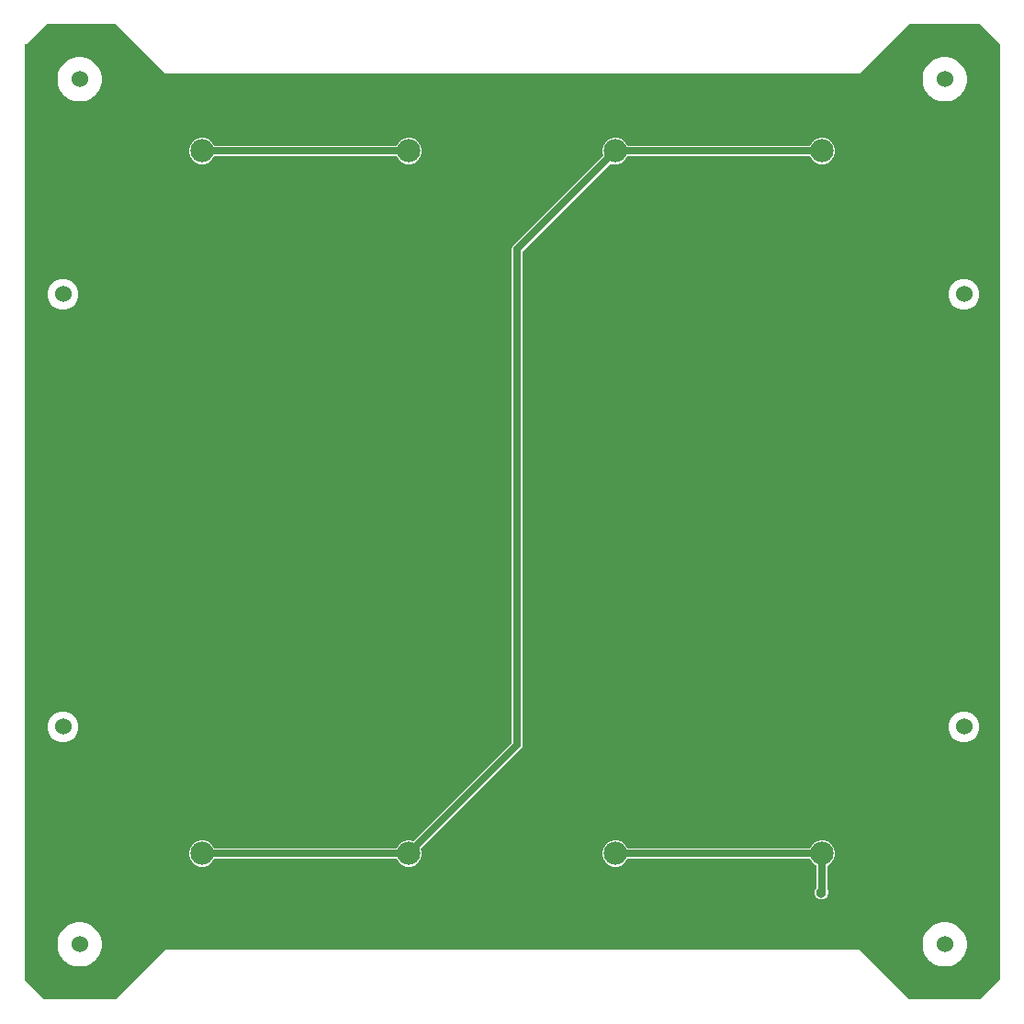
<source format=gtl>
G04*
G04 #@! TF.GenerationSoftware,Altium Limited,Altium Designer,22.2.1 (43)*
G04*
G04 Layer_Physical_Order=1*
G04 Layer_Color=255*
%FSLAX25Y25*%
%MOIN*%
G70*
G04*
G04 #@! TF.SameCoordinates,2BD9F523-0FC0-4ADC-A514-1134C6E00D61*
G04*
G04*
G04 #@! TF.FilePolarity,Positive*
G04*
G01*
G75*
%ADD16C,0.02800*%
%ADD17C,0.08445*%
%ADD18C,0.06000*%
%ADD19C,0.03800*%
%ADD20C,0.02000*%
G36*
X321000Y0D02*
X346788D01*
Y0D01*
X354000Y-7212D01*
Y-346788D01*
X354000D01*
X346788Y-354000D01*
X346788Y-354000D01*
X321000D01*
X303000Y-336000D01*
X51000D01*
X33000Y-354000D01*
X7212D01*
X-0Y-346788D01*
Y-7212D01*
X788D01*
X8000Y0D01*
X33000D01*
X51000Y-18000D01*
X303000D01*
X321000Y0D01*
X321000Y0D01*
D02*
G37*
%LPC*%
G36*
X334788Y-12000D02*
X333212D01*
X331666Y-12307D01*
X330211Y-12911D01*
X328900Y-13786D01*
X327786Y-14900D01*
X326910Y-16211D01*
X326307Y-17666D01*
X326000Y-19212D01*
Y-20788D01*
X326307Y-22333D01*
X326910Y-23789D01*
X327786Y-25100D01*
X328900Y-26214D01*
X330211Y-27090D01*
X331666Y-27693D01*
X333212Y-28000D01*
X334788D01*
X336333Y-27693D01*
X337789Y-27090D01*
X339100Y-26214D01*
X340214Y-25100D01*
X341090Y-23789D01*
X341693Y-22333D01*
X342000Y-20788D01*
Y-19212D01*
X341693Y-17666D01*
X341090Y-16211D01*
X340214Y-14900D01*
X339100Y-13786D01*
X337789Y-12911D01*
X336333Y-12307D01*
X334788Y-12000D01*
D02*
G37*
G36*
X20788D02*
X19212D01*
X17666Y-12307D01*
X16211Y-12911D01*
X14900Y-13786D01*
X13786Y-14900D01*
X12911Y-16211D01*
X12307Y-17666D01*
X12000Y-19212D01*
Y-20788D01*
X12307Y-22333D01*
X12911Y-23789D01*
X13786Y-25100D01*
X14900Y-26214D01*
X16211Y-27090D01*
X17666Y-27693D01*
X19212Y-28000D01*
X20788D01*
X22333Y-27693D01*
X23789Y-27090D01*
X25100Y-26214D01*
X26214Y-25100D01*
X27090Y-23789D01*
X27693Y-22333D01*
X28000Y-20788D01*
Y-19212D01*
X27693Y-17666D01*
X27090Y-16211D01*
X26214Y-14900D01*
X25100Y-13786D01*
X23789Y-12911D01*
X22333Y-12307D01*
X20788Y-12000D01*
D02*
G37*
G36*
X290122Y-41278D02*
X288878D01*
X287677Y-41599D01*
X286600Y-42221D01*
X285721Y-43100D01*
X285166Y-44063D01*
X218834D01*
X218279Y-43100D01*
X217400Y-42221D01*
X216323Y-41599D01*
X215122Y-41278D01*
X213878D01*
X212677Y-41599D01*
X211600Y-42221D01*
X210721Y-43100D01*
X210099Y-44177D01*
X209778Y-45378D01*
Y-46622D01*
X210065Y-47695D01*
X177530Y-80230D01*
X177110Y-80859D01*
X176963Y-81600D01*
Y-260798D01*
X141195Y-296565D01*
X140122Y-296278D01*
X138878D01*
X137677Y-296599D01*
X136600Y-297221D01*
X135721Y-298100D01*
X135166Y-299063D01*
X68835D01*
X68279Y-298100D01*
X67400Y-297221D01*
X66323Y-296599D01*
X65122Y-296278D01*
X63878D01*
X62677Y-296599D01*
X61600Y-297221D01*
X60721Y-298100D01*
X60099Y-299177D01*
X59778Y-300378D01*
Y-301622D01*
X60099Y-302823D01*
X60721Y-303900D01*
X61600Y-304779D01*
X62677Y-305401D01*
X63878Y-305722D01*
X65122D01*
X66323Y-305401D01*
X67400Y-304779D01*
X68279Y-303900D01*
X68835Y-302937D01*
X135166D01*
X135721Y-303900D01*
X136600Y-304779D01*
X137677Y-305401D01*
X138878Y-305722D01*
X140122D01*
X141323Y-305401D01*
X142400Y-304779D01*
X143279Y-303900D01*
X143901Y-302823D01*
X144222Y-301622D01*
Y-300378D01*
X143935Y-299305D01*
X180270Y-262970D01*
X180690Y-262341D01*
X180837Y-261600D01*
Y-82402D01*
X212805Y-50435D01*
X213878Y-50722D01*
X215122D01*
X216323Y-50401D01*
X217400Y-49779D01*
X218279Y-48900D01*
X218834Y-47937D01*
X285166D01*
X285721Y-48900D01*
X286600Y-49779D01*
X287677Y-50401D01*
X288878Y-50722D01*
X290122D01*
X291323Y-50401D01*
X292400Y-49779D01*
X293279Y-48900D01*
X293901Y-47823D01*
X294222Y-46622D01*
Y-45378D01*
X293901Y-44177D01*
X293279Y-43100D01*
X292400Y-42221D01*
X291323Y-41599D01*
X290122Y-41278D01*
D02*
G37*
G36*
X140122D02*
X138878D01*
X137677Y-41599D01*
X136600Y-42221D01*
X135721Y-43100D01*
X135166Y-44063D01*
X68835D01*
X68279Y-43100D01*
X67400Y-42221D01*
X66323Y-41599D01*
X65122Y-41278D01*
X63878D01*
X62677Y-41599D01*
X61600Y-42221D01*
X60721Y-43100D01*
X60099Y-44177D01*
X59778Y-45378D01*
Y-46622D01*
X60099Y-47823D01*
X60721Y-48900D01*
X61600Y-49779D01*
X62677Y-50401D01*
X63878Y-50722D01*
X65122D01*
X66323Y-50401D01*
X67400Y-49779D01*
X68279Y-48900D01*
X68835Y-47937D01*
X135166D01*
X135721Y-48900D01*
X136600Y-49779D01*
X137677Y-50401D01*
X138878Y-50722D01*
X140122D01*
X141323Y-50401D01*
X142400Y-49779D01*
X143279Y-48900D01*
X143901Y-47823D01*
X144222Y-46622D01*
Y-45378D01*
X143901Y-44177D01*
X143279Y-43100D01*
X142400Y-42221D01*
X141323Y-41599D01*
X140122Y-41278D01*
D02*
G37*
G36*
X341724Y-92500D02*
X340276D01*
X338877Y-92875D01*
X337623Y-93599D01*
X336599Y-94623D01*
X335875Y-95877D01*
X335500Y-97276D01*
Y-98724D01*
X335875Y-100123D01*
X336599Y-101377D01*
X337623Y-102401D01*
X338877Y-103125D01*
X340276Y-103500D01*
X341724D01*
X343123Y-103125D01*
X344377Y-102401D01*
X345401Y-101377D01*
X346125Y-100123D01*
X346500Y-98724D01*
Y-97276D01*
X346125Y-95877D01*
X345401Y-94623D01*
X344377Y-93599D01*
X343123Y-92875D01*
X341724Y-92500D01*
D02*
G37*
G36*
X14724D02*
X13276D01*
X11877Y-92875D01*
X10623Y-93599D01*
X9599Y-94623D01*
X8875Y-95877D01*
X8500Y-97276D01*
Y-98724D01*
X8875Y-100123D01*
X9599Y-101377D01*
X10623Y-102401D01*
X11877Y-103125D01*
X13276Y-103500D01*
X14724D01*
X16123Y-103125D01*
X17377Y-102401D01*
X18401Y-101377D01*
X19125Y-100123D01*
X19500Y-98724D01*
Y-97276D01*
X19125Y-95877D01*
X18401Y-94623D01*
X17377Y-93599D01*
X16123Y-92875D01*
X14724Y-92500D01*
D02*
G37*
G36*
X341724Y-249500D02*
X340276D01*
X338877Y-249875D01*
X337623Y-250599D01*
X336599Y-251623D01*
X335875Y-252877D01*
X335500Y-254276D01*
Y-255724D01*
X335875Y-257123D01*
X336599Y-258377D01*
X337623Y-259401D01*
X338877Y-260125D01*
X340276Y-260500D01*
X341724D01*
X343123Y-260125D01*
X344377Y-259401D01*
X345401Y-258377D01*
X346125Y-257123D01*
X346500Y-255724D01*
Y-254276D01*
X346125Y-252877D01*
X345401Y-251623D01*
X344377Y-250599D01*
X343123Y-249875D01*
X341724Y-249500D01*
D02*
G37*
G36*
X14724D02*
X13276D01*
X11877Y-249875D01*
X10623Y-250599D01*
X9599Y-251623D01*
X8875Y-252877D01*
X8500Y-254276D01*
Y-255724D01*
X8875Y-257123D01*
X9599Y-258377D01*
X10623Y-259401D01*
X11877Y-260125D01*
X13276Y-260500D01*
X14724D01*
X16123Y-260125D01*
X17377Y-259401D01*
X18401Y-258377D01*
X19125Y-257123D01*
X19500Y-255724D01*
Y-254276D01*
X19125Y-252877D01*
X18401Y-251623D01*
X17377Y-250599D01*
X16123Y-249875D01*
X14724Y-249500D01*
D02*
G37*
G36*
X290122Y-296278D02*
X288878D01*
X287677Y-296599D01*
X286600Y-297221D01*
X285721Y-298100D01*
X285166Y-299063D01*
X218834D01*
X218279Y-298100D01*
X217400Y-297221D01*
X216323Y-296599D01*
X215122Y-296278D01*
X213878D01*
X212677Y-296599D01*
X211600Y-297221D01*
X210721Y-298100D01*
X210099Y-299177D01*
X209778Y-300378D01*
Y-301622D01*
X210099Y-302823D01*
X210721Y-303900D01*
X211600Y-304779D01*
X212677Y-305401D01*
X213878Y-305722D01*
X215122D01*
X216323Y-305401D01*
X217400Y-304779D01*
X218279Y-303900D01*
X218834Y-302937D01*
X285166D01*
X285721Y-303900D01*
X286600Y-304779D01*
X287463Y-305277D01*
Y-313543D01*
X287265Y-313740D01*
X286900Y-314623D01*
Y-315577D01*
X287265Y-316459D01*
X287941Y-317135D01*
X288823Y-317500D01*
X289777D01*
X290659Y-317135D01*
X291335Y-316459D01*
X291700Y-315577D01*
Y-314623D01*
X291337Y-313747D01*
Y-305392D01*
X292400Y-304779D01*
X293279Y-303900D01*
X293901Y-302823D01*
X294222Y-301622D01*
Y-300378D01*
X293901Y-299177D01*
X293279Y-298100D01*
X292400Y-297221D01*
X291323Y-296599D01*
X290122Y-296278D01*
D02*
G37*
G36*
X334788Y-326000D02*
X333212D01*
X331666Y-326307D01*
X330211Y-326910D01*
X328900Y-327786D01*
X327786Y-328900D01*
X326910Y-330211D01*
X326307Y-331666D01*
X326000Y-333212D01*
Y-334788D01*
X326307Y-336333D01*
X326910Y-337789D01*
X327786Y-339100D01*
X328900Y-340214D01*
X330211Y-341090D01*
X331666Y-341693D01*
X333212Y-342000D01*
X334788D01*
X336333Y-341693D01*
X337789Y-341090D01*
X339100Y-340214D01*
X340214Y-339100D01*
X341090Y-337789D01*
X341693Y-336333D01*
X342000Y-334788D01*
Y-333212D01*
X341693Y-331666D01*
X341090Y-330211D01*
X340214Y-328900D01*
X339100Y-327786D01*
X337789Y-326910D01*
X336333Y-326307D01*
X334788Y-326000D01*
D02*
G37*
G36*
X20788D02*
X19212D01*
X17666Y-326307D01*
X16211Y-326910D01*
X14900Y-327786D01*
X13786Y-328900D01*
X12911Y-330211D01*
X12307Y-331666D01*
X12000Y-333212D01*
Y-334788D01*
X12307Y-336333D01*
X12911Y-337789D01*
X13786Y-339100D01*
X14900Y-340214D01*
X16211Y-341090D01*
X17666Y-341693D01*
X19212Y-342000D01*
X20788D01*
X22333Y-341693D01*
X23789Y-341090D01*
X25100Y-340214D01*
X26214Y-339100D01*
X27090Y-337789D01*
X27693Y-336333D01*
X28000Y-334788D01*
Y-333212D01*
X27693Y-331666D01*
X27090Y-330211D01*
X26214Y-328900D01*
X25100Y-327786D01*
X23789Y-326910D01*
X22333Y-326307D01*
X20788Y-326000D01*
D02*
G37*
%LPD*%
D16*
X289400Y-301100D02*
X289500Y-301000D01*
X289300Y-315100D02*
X289400Y-315000D01*
Y-301100D01*
X139500Y-301000D02*
X178900Y-261600D01*
Y-81600D02*
X214500Y-46000D01*
X178900Y-261600D02*
Y-81600D01*
X64500Y-46000D02*
X139500D01*
X64500Y-301000D02*
X139500D01*
X214500D02*
X289500D01*
X214500Y-46000D02*
X289500D01*
D17*
X64500Y-301000D02*
D03*
X214500Y-46000D02*
D03*
X64500D02*
D03*
X289500Y-301000D02*
D03*
Y-46000D02*
D03*
X214500Y-301000D02*
D03*
X139500D02*
D03*
Y-46000D02*
D03*
D18*
X341000Y-255000D02*
D03*
Y-98000D02*
D03*
X14000Y-255000D02*
D03*
Y-98000D02*
D03*
X20000Y-334000D02*
D03*
X334000D02*
D03*
Y-20000D02*
D03*
X20000D02*
D03*
D19*
X289300Y-315100D02*
D03*
D20*
X93500Y-170400D02*
D03*
X59900Y-271900D02*
D03*
X251322Y-186700D02*
D03*
X153156Y-170900D02*
D03*
M02*

</source>
